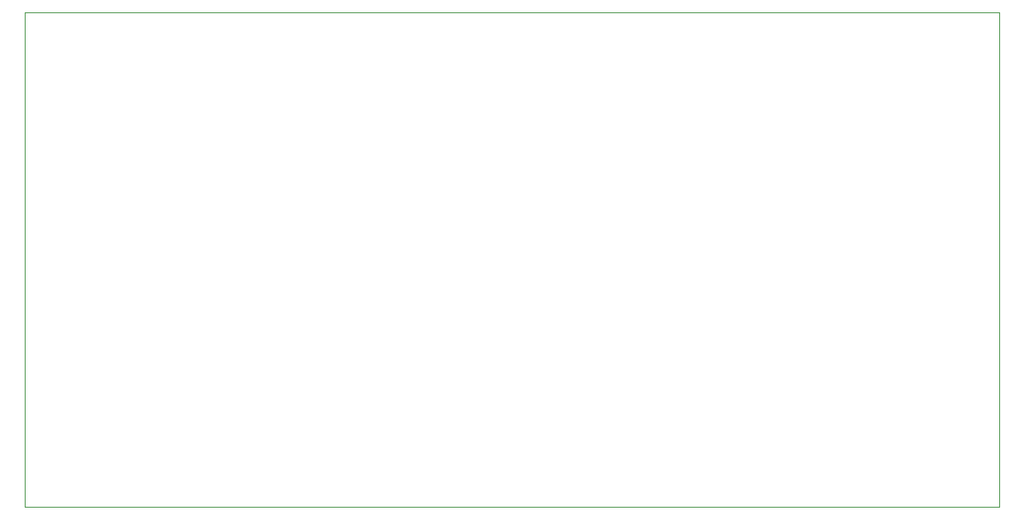
<source format=gbr>
%TF.GenerationSoftware,KiCad,Pcbnew,9.0.7*%
%TF.CreationDate,2026-02-22T20:08:30-06:00*%
%TF.ProjectId,sata-backplane,73617461-2d62-4616-936b-706c616e652e,rev?*%
%TF.SameCoordinates,Original*%
%TF.FileFunction,Profile,NP*%
%FSLAX46Y46*%
G04 Gerber Fmt 4.6, Leading zero omitted, Abs format (unit mm)*
G04 Created by KiCad (PCBNEW 9.0.7) date 2026-02-22 20:08:30*
%MOMM*%
%LPD*%
G01*
G04 APERTURE LIST*
%TA.AperFunction,Profile*%
%ADD10C,0.100000*%
%TD*%
G04 APERTURE END LIST*
D10*
X34350000Y-33800000D02*
X134300000Y-33800000D01*
X134300000Y-84600000D01*
X34350000Y-84600000D01*
X34350000Y-33800000D01*
M02*

</source>
